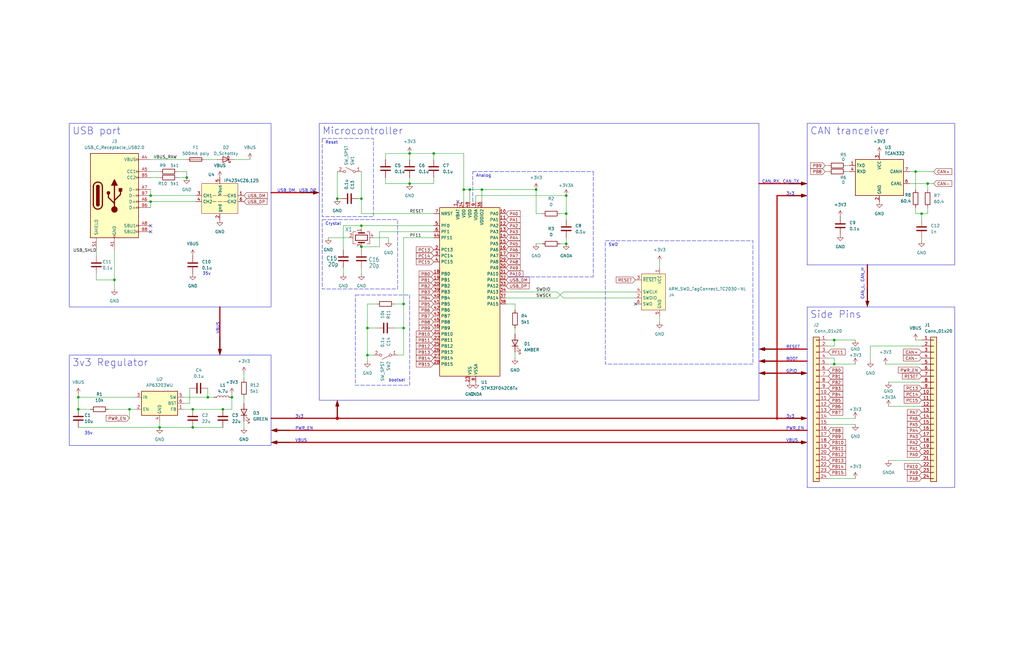
<source format=kicad_sch>
(kicad_sch (version 20231120) (generator "eeschema") (generator_version "8.0")
  (paper "USLedger")
  (title_block (title "minTS Microcontroller Devboad") (date "2024-02-25") (rev "V1.1") (company "PSAS") (comment 1 "Benjamin Crall"))
  (junction (at 351.79 143.51))
  (junction (at 226.06 80.01))
  (junction (at 152.4 83.82))
  (junction (at 48.26 118.11))
  (junction (at 170.18 128.27))
  (junction (at 198.12 80.01))
  (junction (at 63.5 85.09))
  (junction (at 238.76 90.17))
  (junction (at 386.08 72.39))
  (junction (at 154.94 138.43))
  (junction (at 142.24 83.82))
  (junction (at 391.16 77.47))
  (junction (at 54.61 172.72))
  (junction (at 154.94 149.86))
  (junction (at 81.28 180.34))
  (junction (at 33.02 172.72))
  (junction (at 33.02 167.64))
  (junction (at 182.88 64.77))
  (junction (at 388.62 90.17))
  (junction (at 63.5 82.55))
  (junction (at 81.28 172.72))
  (junction (at 195.58 80.01))
  (junction (at 152.4 104.14))
  (junction (at 172.72 64.77))
  (junction (at 351.79 153.67))
  (junction (at 238.76 102.87))
  (junction (at 170.18 138.43))
  (junction (at 152.4 95.25))
  (junction (at 78.74 74.93))
  (junction (at 172.72 77.47))
  (junction (at 67.31 180.34))
  (junction (at 87.63 167.64))
  (junction (at 238.76 82.55))
  (junction (at 203.2 80.01))
  (junction (at 93.98 172.72))
  (junction (at 97.79 167.64))
  (no_connect (at 193.04 85.09))
  (no_connect (at 63.5 97.79))
  (no_connect (at 267.97 128.27))
  (no_connect (at 63.5 95.25))
  (wire (pts (xy 391.16 77.47) (xy 391.16 80.01)))
  (wire (pts (xy 278.13 110.49) (xy 278.13 113.03)))
  (polyline (pts (xy 92.71 129.54) (xy 92.71 142.24)) (stroke (width 0.5) (color 192 0 0 1)))
  (wire (pts (xy 374.65 161.29) (xy 388.62 161.29)))
  (wire (pts (xy 383.54 77.47) (xy 391.16 77.47)))
  (wire (pts (xy 160.02 97.79) (xy 160.02 104.14)))
  (wire (pts (xy 160.02 97.79) (xy 182.88 97.79)))
  (wire (pts (xy 195.58 64.77) (xy 182.88 64.77)))
  (wire (pts (xy 349.25 179.07) (xy 360.68 179.07)))
  (wire (pts (xy 166.37 128.27) (xy 170.18 128.27)))
  (wire (pts (xy 391.16 87.63) (xy 391.16 90.17)))
  (polyline (pts (xy 320.04 77.47) (xy 332.74 77.47)) (stroke (width 0.5) (color 192 0 0 1)))
  (wire (pts (xy 143.51 83.82) (xy 142.24 83.82)))
  (wire (pts (xy 237.49 123.19) (xy 234.95 125.73)))
  (wire (pts (xy 144.78 105.41) (xy 144.78 95.25)))
  (polyline (pts (xy 199.39 85.09) (xy 199.39 72.39)) (stroke (width 0) (type dash)))
  (wire (pts (xy 234.95 123.19) (xy 213.36 123.19)))
  (wire (pts (xy 217.17 128.27) (xy 217.17 130.81)))
  (wire (pts (xy 386.08 143.51) (xy 388.62 143.51)))
  (wire (pts (xy 349.25 176.53) (xy 360.68 176.53)))
  (wire (pts (xy 388.62 90.17) (xy 386.08 90.17)))
  (wire (pts (xy 374.65 194.31) (xy 388.62 194.31)))
  (wire (pts (xy 144.78 115.57) (xy 144.78 113.03)))
  (wire (pts (xy 172.72 64.77) (xy 162.56 64.77)))
  (wire (pts (xy 152.4 90.17) (xy 182.88 90.17)))
  (wire (pts (xy 356.87 69.85) (xy 358.14 69.85)))
  (wire (pts (xy 86.36 67.31) (xy 91.44 67.31)))
  (wire (pts (xy 80.01 170.18) (xy 80.01 163.83)))
  (wire (pts (xy 170.18 128.27) (xy 170.18 138.43)))
  (wire (pts (xy 63.5 80.01) (xy 63.5 82.55)))
  (wire (pts (xy 170.18 100.33) (xy 170.18 128.27)))
  (wire (pts (xy 383.54 72.39) (xy 386.08 72.39)))
  (wire (pts (xy 226.06 90.17) (xy 228.6 90.17)))
  (wire (pts (xy 373.38 153.67) (xy 388.62 153.67)))
  (wire (pts (xy 154.94 128.27) (xy 154.94 138.43)))
  (wire (pts (xy 166.37 138.43) (xy 170.18 138.43)))
  (wire (pts (xy 349.25 146.05) (xy 351.79 146.05)))
  (wire (pts (xy 40.64 118.11) (xy 48.26 118.11)))
  (wire (pts (xy 162.56 64.77) (xy 162.56 67.31)))
  (wire (pts (xy 351.79 151.13) (xy 351.79 153.67)))
  (wire (pts (xy 87.63 167.64) (xy 90.17 167.64)))
  (wire (pts (xy 170.18 149.86) (xy 167.64 149.86)))
  (wire (pts (xy 349.25 201.93) (xy 360.68 201.93)))
  (wire (pts (xy 349.25 72.39) (xy 347.98 72.39)))
  (polyline (pts (xy 114.3 81.28) (xy 127 81.28)) (stroke (width 0.5) (color 192 0 0 1)))
  (wire (pts (xy 152.4 104.14) (xy 152.4 105.41)))
  (wire (pts (xy 154.94 152.4) (xy 154.94 149.86)))
  (wire (pts (xy 63.5 67.31) (xy 78.74 67.31)))
  (polyline (pts (xy 332.74 186.69) (xy 121.92 186.69)) (stroke (width 0.5) (color 192 0 0 1)))
  (wire (pts (xy 200.66 82.55) (xy 200.66 85.09)))
  (wire (pts (xy 170.18 138.43) (xy 170.18 149.86)))
  (polyline (pts (xy 340.36 181.61) (xy 121.92 181.61)) (stroke (width 0.5) (color 192 0 0 1)))
  (wire (pts (xy 386.08 72.39) (xy 386.08 80.01)))
  (wire (pts (xy 97.79 172.72) (xy 97.79 167.64)))
  (wire (pts (xy 77.47 172.72) (xy 81.28 172.72)))
  (wire (pts (xy 142.24 72.39) (xy 142.24 83.82)))
  (polyline (pts (xy 332.74 157.48) (xy 327.66 157.48)) (stroke (width 0.5) (color 192 0 0 1)))
  (wire (pts (xy 40.64 105.41) (xy 40.64 107.95)))
  (wire (pts (xy 182.88 67.31) (xy 182.88 64.77)))
  (wire (pts (xy 102.87 177.8) (xy 102.87 180.34)))
  (wire (pts (xy 195.58 80.01) (xy 198.12 80.01)))
  (wire (pts (xy 386.08 72.39) (xy 393.7 72.39)))
  (wire (pts (xy 152.4 115.57) (xy 152.4 113.03)))
  (wire (pts (xy 152.4 104.14) (xy 160.02 104.14)))
  (wire (pts (xy 163.83 101.6) (xy 163.83 100.33)))
  (polyline (pts (xy 340.36 147.32) (xy 327.66 147.32)) (stroke (width 0.5) (color 192 0 0 1)))
  (wire (pts (xy 63.5 85.09) (xy 82.55 85.09)))
  (wire (pts (xy 154.94 138.43) (xy 154.94 149.86)))
  (wire (pts (xy 238.76 82.55) (xy 238.76 90.17)))
  (wire (pts (xy 374.65 171.45) (xy 388.62 171.45)))
  (wire (pts (xy 144.78 95.25) (xy 152.4 95.25)))
  (wire (pts (xy 81.28 180.34) (xy 93.98 180.34)))
  (wire (pts (xy 162.56 77.47) (xy 162.56 74.93)))
  (wire (pts (xy 74.93 72.39) (xy 78.74 72.39)))
  (polyline (pts (xy 365.76 111.76) (xy 365.76 121.92)) (stroke (width 0.5) (color 192 0 0 1)))
  (wire (pts (xy 154.94 149.86) (xy 157.48 149.86)))
  (wire (pts (xy 195.58 85.09) (xy 195.58 80.01)))
  (wire (pts (xy 182.88 64.77) (xy 172.72 64.77)))
  (wire (pts (xy 217.17 148.59) (xy 217.17 151.13)))
  (polyline (pts (xy 327.66 82.55) (xy 332.74 82.55)) (stroke (width 0.5) (color 192 0 0 1)))
  (wire (pts (xy 63.5 82.55) (xy 82.55 82.55)))
  (wire (pts (xy 226.06 102.87) (xy 228.6 102.87)))
  (wire (pts (xy 367.03 146.05) (xy 367.03 152.4)))
  (wire (pts (xy 138.43 100.33) (xy 147.32 100.33)))
  (polyline (pts (xy 340.36 152.4) (xy 327.66 152.4)) (stroke (width 0.5) (color 192 0 0 1)))
  (wire (pts (xy 198.12 80.01) (xy 198.12 85.09)))
  (wire (pts (xy 386.08 87.63) (xy 386.08 90.17)))
  (wire (pts (xy 234.95 125.73) (xy 213.36 125.73)))
  (wire (pts (xy 97.79 166.37) (xy 97.79 167.64)))
  (wire (pts (xy 238.76 100.33) (xy 238.76 102.87)))
  (wire (pts (xy 182.88 74.93) (xy 182.88 77.47)))
  (wire (pts (xy 74.93 74.93) (xy 78.74 74.93)))
  (wire (pts (xy 388.62 101.6) (xy 388.62 100.33)))
  (wire (pts (xy 152.4 83.82) (xy 151.13 83.82)))
  (wire (pts (xy 78.74 72.39) (xy 78.74 74.93)))
  (wire (pts (xy 203.2 80.01) (xy 203.2 85.09)))
  (wire (pts (xy 349.25 151.13) (xy 351.79 151.13)))
  (wire (pts (xy 63.5 72.39) (xy 67.31 72.39)))
  (wire (pts (xy 33.02 180.34) (xy 67.31 180.34)))
  (wire (pts (xy 351.79 146.05) (xy 351.79 143.51)))
  (wire (pts (xy 157.48 100.33) (xy 163.83 100.33)))
  (wire (pts (xy 152.4 95.25) (xy 152.4 96.52)))
  (wire (pts (xy 226.06 80.01) (xy 226.06 90.17)))
  (polyline (pts (xy 214.63 116.84) (xy 250.19 116.84)) (stroke (width 0) (type dash)))
  (wire (pts (xy 367.03 146.05) (xy 388.62 146.05)))
  (wire (pts (xy 77.47 170.18) (xy 80.01 170.18)))
  (wire (pts (xy 77.47 167.64) (xy 87.63 167.64)))
  (polyline (pts (xy 327.66 82.55) (xy 327.66 176.53)) (stroke (width 0.5) (color 192 0 0 1)))
  (wire (pts (xy 195.58 64.77) (xy 195.58 80.01)))
  (wire (pts (xy 67.31 180.34) (xy 81.28 180.34)))
  (wire (pts (xy 351.79 153.67) (xy 360.68 153.67)))
  (wire (pts (xy 356.87 72.39) (xy 358.14 72.39)))
  (wire (pts (xy 158.75 128.27) (xy 154.94 128.27)))
  (wire (pts (xy 54.61 172.72) (xy 57.15 172.72)))
  (wire (pts (xy 102.87 167.64) (xy 102.87 170.18)))
  (wire (pts (xy 172.72 64.77) (xy 172.72 67.31)))
  (wire (pts (xy 238.76 90.17) (xy 238.76 92.71)))
  (wire (pts (xy 217.17 138.43) (xy 217.17 140.97)))
  (wire (pts (xy 349.25 69.85) (xy 347.98 69.85)))
  (wire (pts (xy 33.02 166.37) (xy 33.02 167.64)))
  (wire (pts (xy 237.49 125.73) (xy 234.95 123.19)))
  (wire (pts (xy 152.4 90.17) (xy 152.4 83.82)))
  (wire (pts (xy 152.4 95.25) (xy 182.88 95.25)))
  (wire (pts (xy 236.22 90.17) (xy 238.76 90.17)))
  (wire (pts (xy 48.26 105.41) (xy 48.26 118.11)))
  (wire (pts (xy 67.31 177.8) (xy 67.31 180.34)))
  (wire (pts (xy 278.13 135.89) (xy 278.13 133.35)))
  (wire (pts (xy 33.02 167.64) (xy 33.02 172.72)))
  (wire (pts (xy 33.02 167.64) (xy 57.15 167.64)))
  (wire (pts (xy 63.5 74.93) (xy 67.31 74.93)))
  (wire (pts (xy 391.16 90.17) (xy 388.62 90.17)))
  (wire (pts (xy 213.36 128.27) (xy 217.17 128.27)))
  (wire (pts (xy 236.22 102.87) (xy 238.76 102.87)))
  (wire (pts (xy 351.79 143.51) (xy 360.68 143.51)))
  (wire (pts (xy 152.4 83.82) (xy 152.4 72.39)))
  (wire (pts (xy 48.26 118.11) (xy 48.26 121.92)))
  (wire (pts (xy 388.62 92.71) (xy 388.62 90.17)))
  (wire (pts (xy 54.61 172.72) (xy 54.61 176.53)))
  (wire (pts (xy 349.25 143.51) (xy 351.79 143.51)))
  (wire (pts (xy 172.72 77.47) (xy 182.88 77.47)))
  (wire (pts (xy 102.87 157.48) (xy 102.87 160.02)))
  (wire (pts (xy 267.97 125.73) (xy 237.49 125.73)))
  (wire (pts (xy 170.18 100.33) (xy 182.88 100.33)))
  (wire (pts (xy 40.64 118.11) (xy 40.64 115.57)))
  (wire (pts (xy 81.28 172.72) (xy 93.98 172.72)))
  (polyline (pts (xy 332.74 176.53) (xy 114.3 176.53)) (stroke (width 0.5) (color 192 0 0 1)))
  (wire (pts (xy 87.63 163.83) (xy 87.63 167.64)))
  (wire (pts (xy 349.25 153.67) (xy 351.79 153.67)))
  (wire (pts (xy 162.56 77.47) (xy 172.72 77.47)))
  (polyline (pts (xy 199.39 72.39) (xy 250.19 72.39)) (stroke (width 0) (type dash)))
  (wire (pts (xy 63.5 85.09) (xy 63.5 87.63)))
  (wire (pts (xy 33.02 172.72) (xy 38.1 172.72)))
  (wire (pts (xy 200.66 82.55) (xy 238.76 82.55)))
  (wire (pts (xy 99.06 67.31) (xy 105.41 67.31)))
  (wire (pts (xy 45.72 172.72) (xy 54.61 172.72)))
  (wire (pts (xy 203.2 80.01) (xy 226.06 80.01)))
  (wire (pts (xy 93.98 172.72) (xy 97.79 172.72)))
  (wire (pts (xy 172.72 74.93) (xy 172.72 77.47)))
  (wire (pts (xy 391.16 77.47) (xy 393.7 77.47)))
  (wire (pts (xy 267.97 123.19) (xy 237.49 123.19)))
  (wire (pts (xy 198.12 80.01) (xy 203.2 80.01)))
  (wire (pts (xy 154.94 138.43) (xy 158.75 138.43)))
  (polyline (pts (xy 142.24 176.53) (xy 142.24 176.53)) (stroke (width 0.5) (color 192 0 0 1)))
  (polyline (pts (xy 250.19 72.39) (xy 250.19 116.84)) (stroke (width 0) (type dash)))
  (circle (center 142.24 176.53) (radius 0.635) (stroke (width 0) (color 192 0 0 1)) (fill (type color) (color 192 0 0 1)))
  (rectangle (start 149.86 124.46) (end 172.72 162.56) (stroke (width 0) (type dash)))
  (rectangle (start 134.62 52.07) (end 320.04 168.91))
  (rectangle (start 255.27 101.6) (end 317.5 153.67) (stroke (width 0) (type dash)))
  (rectangle (start 340.36 52.07) (end 402.59 111.76))
  (rectangle (start 135.89 58.42) (end 157.48 91.44) (stroke (width 0) (type dash)))
  (rectangle (start 340.36 129.54) (end 402.59 205.74))
  (circle (center 327.66 176.53) (radius 0.508) (stroke (width 0) (color 192 0 0 1)) (fill (type color) (color 192 0 0 1)))
  (rectangle (start 29.21 149.86) (end 114.3 187.96))
  (rectangle (start 135.89 92.71) (end 167.64 121.92) (stroke (width 0) (type dash)))
  (rectangle (start 29.21 52.07) (end 114.3 129.54))
  (text "CAN_RX, CAN_TX" (at 321.31 77.47 0) (effects (font (size 1.27 1.27)) (justify left bottom)))
  (text "Reset" (at 137.16 60.96 0) (effects (font (size 1.27 1.27)) (justify left bottom)))
  (text "BOOT" (at 331.47 152.4 0) (effects (font (size 1.27 1.27)) (justify left bottom)))
  (text "3v3" (at 331.47 82.55 0) (effects (font (size 1.27 1.27)) (justify left bottom)))
  (text "VBUS" (at 336.55 186.69 0) (effects (font (size 1.27 1.27)) (justify right bottom)))
  (text "3v3 Regulator" (at 30.48 154.94 0) (effects (font (size 3 3)) (justify left bottom)))
  (text "bootsel" (at 163.83 161.29 0) (effects (font (size 1.27 1.27)) (justify left bottom)))
  (text "VBUS" (at 92.71 135.89 90) (effects (font (size 1.27 1.27)) (justify right bottom)))
  (text "SWD" (at 256.54 104.14 0) (effects (font (size 1.27 1.27)) (justify left bottom)))
  (text "Side Pins" (at 341.63 134.62 0) (effects (font (size 3 3)) (justify left bottom)))
  (text "PWR_EN" (at 124.46 181.61 0) (effects (font (size 1.27 1.27)) (justify left bottom)))
  (text "35v" (at 87.122 115.57 0) (effects (font (size 1.27 1.27))))
  (text "VBUS" (at 129.54 186.69 0) (effects (font (size 1.27 1.27)) (justify right bottom)))
  (text "USB port" (at 30.48 57.15 0) (effects (font (size 3 3)) (justify left bottom)))
  (text "CAN tranceiver" (at 341.63 57.15 0) (effects (font (size 3 3)) (justify left bottom)))
  (text "GPIO" (at 331.47 157.48 0) (effects (font (size 1.27 1.27)) (justify left bottom)))
  (text "Analog" (at 200.66 74.93 0) (effects (font (size 1.27 1.27)) (justify left bottom)))
  (text "PWR_EN" (at 331.47 181.61 0) (effects (font (size 1.27 1.27)) (justify left bottom)))
  (text "Crystal" (at 137.16 95.25 0) (effects (font (size 1.27 1.27)) (justify left bottom)))
  (text "USB_DM, USB_DP" (at 116.84 81.28 0) (effects (font (size 1.27 1.27)) (justify left bottom)))
  (text "RESET" (at 331.47 147.32 0) (effects (font (size 1.27 1.27)) (justify left bottom)))
  (text "CAN_L, CAN_H" (at 364.49 113.03 90) (effects (font (size 1.27 1.27)) (justify right bottom)))
  (text "35v" (at 37.338 182.88 0) (effects (font (size 1.27 1.27))))
  (text "3v3" (at 124.46 176.53 0) (effects (font (size 1.27 1.27)) (justify left bottom)))
  (text "Microcontroller" (at 135.89 57.15 0) (effects (font (size 3 3)) (justify left bottom)))
  (text "3v3" (at 331.47 176.53 0) (effects (font (size 1.27 1.27)) (justify left bottom)))
  (label "VBUS_RAW" (at 64.77 67.31 0))
  (label "SWSCK" (at 226.06 125.73 0))
  (label "USB_SHLD" (at 40.64 106.68 180))
  (label "SWDIO" (at 226.06 123.19 0))
  (label "PF11" (at 172.72 100.33 0))
  (label "RESET" (at 172.72 90.17 0))
  (global_label "PB11" (shape input) (at 349.25 189.23 0) (property "Intersheetrefs" "${INTERSHEET_REFS}" (effects (hide yes))))
  (global_label "PB6" (shape input) (at 182.88 130.81 180) (property "Intersheetrefs" "${INTERSHEET_REFS}" (effects (hide yes))))
  (global_label "PB0" (shape input) (at 349.25 156.21 0) (property "Intersheetrefs" "${INTERSHEET_REFS}" (effects (hide yes))))
  (global_label "PB8" (shape input) (at 347.98 72.39 180) (property "Intersheetrefs" "${INTERSHEET_REFS}" (effects (hide yes))))
  (global_label "PB15" (shape input) (at 349.25 199.39 0) (property "Intersheetrefs" "${INTERSHEET_REFS}" (effects (hide yes))))
  (global_label "PB3" (shape input) (at 349.25 163.83 0) (property "Intersheetrefs" "${INTERSHEET_REFS}" (effects (hide yes))))
  (global_label "PB12" (shape input) (at 349.25 191.77 0) (property "Intersheetrefs" "${INTERSHEET_REFS}" (effects (hide yes))))
  (global_label "PA6" (shape input) (at 213.36 105.41 0) (property "Intersheetrefs" "${INTERSHEET_REFS}" (effects (hide yes))))
  (global_label "PA4" (shape input) (at 388.62 181.61 180) (property "Intersheetrefs" "${INTERSHEET_REFS}" (effects (hide yes))))
  (global_label "PA3" (shape input) (at 388.62 184.15 180) (property "Intersheetrefs" "${INTERSHEET_REFS}" (effects (hide yes))))
  (global_label "RESET" (shape input) (at 267.97 118.11 180) (property "Intersheetrefs" "${INTERSHEET_REFS}" (effects (hide yes))))
  (global_label "PA2" (shape input) (at 213.36 95.25 0) (property "Intersheetrefs" "${INTERSHEET_REFS}" (effects (hide yes))))
  (global_label "PB1" (shape input) (at 349.25 158.75 0) (property "Intersheetrefs" "${INTERSHEET_REFS}" (effects (hide yes))))
  (global_label "PA5" (shape input) (at 388.62 179.07 180) (property "Intersheetrefs" "${INTERSHEET_REFS}" (effects (hide yes))))
  (global_label "PC13" (shape input) (at 388.62 163.83 180) (property "Intersheetrefs" "${INTERSHEET_REFS}" (effects (hide yes))))
  (global_label "PA1" (shape input) (at 213.36 92.71 0) (property "Intersheetrefs" "${INTERSHEET_REFS}" (effects (hide yes))))
  (global_label "PC15" (shape input) (at 182.88 110.49 180) (property "Intersheetrefs" "${INTERSHEET_REFS}" (effects (hide yes))))
  (global_label "PB5" (shape input) (at 349.25 168.91 0) (property "Intersheetrefs" "${INTERSHEET_REFS}" (effects (hide yes))))
  (global_label "PB8" (shape input) (at 182.88 135.89 180) (property "Intersheetrefs" "${INTERSHEET_REFS}" (effects (hide yes))))
  (global_label "CAN+" (shape input) (at 388.62 148.59 180) (property "Intersheetrefs" "${INTERSHEET_REFS}" (effects (hide yes))))
  (global_label "PB9" (shape input) (at 347.98 69.85 180) (property "Intersheetrefs" "${INTERSHEET_REFS}" (effects (hide yes))))
  (global_label "PC14" (shape input) (at 182.88 107.95 180) (property "Intersheetrefs" "${INTERSHEET_REFS}" (effects (hide yes))))
  (global_label "PC13" (shape input) (at 182.88 105.41 180) (property "Intersheetrefs" "${INTERSHEET_REFS}" (effects (hide yes))))
  (global_label "PF11" (shape input) (at 349.25 148.59 0) (property "Intersheetrefs" "${INTERSHEET_REFS}" (effects (hide yes))))
  (global_label "PA2" (shape input) (at 388.62 186.69 180) (property "Intersheetrefs" "${INTERSHEET_REFS}" (effects (hide yes))))
  (global_label "PA4" (shape input) (at 213.36 100.33 0) (property "Intersheetrefs" "${INTERSHEET_REFS}" (effects (hide yes))))
  (global_label "USB_DP" (shape input) (at 213.36 120.65 0) (property "Intersheetrefs" "${INTERSHEET_REFS}" (effects (hide yes))))
  (global_label "PB3" (shape input) (at 182.88 123.19 180) (property "Intersheetrefs" "${INTERSHEET_REFS}" (effects (hide yes))))
  (global_label "PB10" (shape input) (at 349.25 186.69 0) (property "Intersheetrefs" "${INTERSHEET_REFS}" (effects (hide yes))))
  (global_label "USB_DM" (shape input) (at 102.87 82.55 0) (property "Intersheetrefs" "${INTERSHEET_REFS}" (effects (hide yes))))
  (global_label "PB12" (shape input) (at 182.88 146.05 180) (property "Intersheetrefs" "${INTERSHEET_REFS}" (effects (hide yes))))
  (global_label "PB15" (shape input) (at 182.88 153.67 180) (property "Intersheetrefs" "${INTERSHEET_REFS}" (effects (hide yes))))
  (global_label "PWR_EN" (shape input) (at 54.61 176.53 180) (property "Intersheetrefs" "${INTERSHEET_REFS}" (effects (hide yes))))
  (global_label "PB7" (shape input) (at 182.88 133.35 180) (property "Intersheetrefs" "${INTERSHEET_REFS}" (effects (hide yes))))
  (global_label "PB4" (shape input) (at 349.25 166.37 0) (property "Intersheetrefs" "${INTERSHEET_REFS}" (effects (hide yes))))
  (global_label "PA7" (shape input) (at 213.36 107.95 0) (property "Intersheetrefs" "${INTERSHEET_REFS}" (effects (hide yes))))
  (global_label "PA1" (shape input) (at 388.62 189.23 180) (property "Intersheetrefs" "${INTERSHEET_REFS}" (effects (hide yes))))
  (global_label "CAN-" (shape input) (at 393.7 77.47 0) (property "Intersheetrefs" "${INTERSHEET_REFS}" (effects (hide yes))))
  (global_label "PB9" (shape input) (at 349.25 184.15 0) (property "Intersheetrefs" "${INTERSHEET_REFS}" (effects (hide yes))))
  (global_label "PB1" (shape input) (at 182.88 118.11 180) (property "Intersheetrefs" "${INTERSHEET_REFS}" (effects (hide yes))))
  (global_label "PA9" (shape input) (at 388.62 199.39 180) (property "Intersheetrefs" "${INTERSHEET_REFS}" (effects (hide yes))))
  (global_label "PB14" (shape input) (at 349.25 196.85 0) (property "Intersheetrefs" "${INTERSHEET_REFS}" (effects (hide yes))))
  (global_label "PA3" (shape input) (at 213.36 97.79 0) (property "Intersheetrefs" "${INTERSHEET_REFS}" (effects (hide yes))))
  (global_label "PB2" (shape input) (at 349.25 161.29 0) (property "Intersheetrefs" "${INTERSHEET_REFS}" (effects (hide yes))))
  (global_label "PA7" (shape input) (at 388.62 173.99 180) (property "Intersheetrefs" "${INTERSHEET_REFS}" (effects (hide yes))))
  (global_label "PA5" (shape input) (at 213.36 102.87 0) (property "Intersheetrefs" "${INTERSHEET_REFS}" (effects (hide yes))))
  (global_label "PB13" (shape input) (at 349.25 194.31 0) (property "Intersheetrefs" "${INTERSHEET_REFS}" (effects (hide yes))))
  (global_label "PB8" (shape input) (at 349.25 181.61 0) (property "Intersheetrefs" "${INTERSHEET_REFS}" (effects (hide yes))))
  (global_label "PB14" (shape input) (at 182.88 151.13 180) (property "Intersheetrefs" "${INTERSHEET_REFS}" (effects (hide yes))))
  (global_label "PC14" (shape input) (at 388.62 166.37 180) (property "Intersheetrefs" "${INTERSHEET_REFS}" (effects (hide yes))))
  (global_label "PA0" (shape input) (at 388.62 191.77 180) (property "Intersheetrefs" "${INTERSHEET_REFS}" (effects (hide yes))))
  (global_label "PB5" (shape input) (at 182.88 128.27 180) (property "Intersheetrefs" "${INTERSHEET_REFS}" (effects (hide yes))))
  (global_label "PA0" (shape input) (at 213.36 90.17 0) (property "Intersheetrefs" "${INTERSHEET_REFS}" (effects (hide yes))))
  (global_label "RESET" (shape input) (at 388.62 158.75 180) (property "Intersheetrefs" "${INTERSHEET_REFS}" (effects (hide yes))))
  (global_label "PA8" (shape input) (at 213.36 110.49 0) (property "Intersheetrefs" "${INTERSHEET_REFS}" (effects (hide yes))))
  (global_label "PC15" (shape input) (at 388.62 168.91 180) (property "Intersheetrefs" "${INTERSHEET_REFS}" (effects (hide yes))))
  (global_label "PB0" (shape input) (at 182.88 115.57 180) (property "Intersheetrefs" "${INTERSHEET_REFS}" (effects (hide yes))))
  (global_label "PB10" (shape input) (at 182.88 140.97 180) (property "Intersheetrefs" "${INTERSHEET_REFS}" (effects (hide yes))))
  (global_label "USB_DM" (shape input) (at 213.36 118.11 0) (property "Intersheetrefs" "${INTERSHEET_REFS}" (effects (hide yes))))
  (global_label "PB9" (shape input) (at 182.88 138.43 180) (property "Intersheetrefs" "${INTERSHEET_REFS}" (effects (hide yes))))
  (global_label "CAN-" (shape input) (at 388.62 151.13 180) (property "Intersheetrefs" "${INTERSHEET_REFS}" (effects (hide yes))))
  (global_label "PB6" (shape input) (at 349.25 171.45 0) (property "Intersheetrefs" "${INTERSHEET_REFS}" (effects (hide yes))))
  (global_label "PA6" (shape input) (at 388.62 176.53 180) (property "Intersheetrefs" "${INTERSHEET_REFS}" (effects (hide yes))))
  (global_label "USB_DP" (shape input) (at 102.87 85.09 0) (property "Intersheetrefs" "${INTERSHEET_REFS}" (effects (hide yes))))
  (global_label "PA8" (shape input) (at 388.62 201.93 180) (property "Intersheetrefs" "${INTERSHEET_REFS}" (effects (hide yes))))
  (global_label "PB7" (shape input) (at 349.25 173.99 0) (property "Intersheetrefs" "${INTERSHEET_REFS}" (effects (hide yes))))
  (global_label "CAN+" (shape input) (at 393.7 72.39 0) (property "Intersheetrefs" "${INTERSHEET_REFS}" (effects (hide yes))))
  (global_label "PB13" (shape input) (at 182.88 148.59 180) (property "Intersheetrefs" "${INTERSHEET_REFS}" (effects (hide yes))))
  (global_label "PA10" (shape input) (at 388.62 196.85 180) (property "Intersheetrefs" "${INTERSHEET_REFS}" (effects (hide yes))))
  (global_label "PB11" (shape input) (at 182.88 143.51 180) (property "Intersheetrefs" "${INTERSHEET_REFS}" (effects (hide yes))))
  (global_label "PA10" (shape input) (at 213.36 115.57 0) (property "Intersheetrefs" "${INTERSHEET_REFS}" (effects (hide yes))))
  (global_label "PA9" (shape input) (at 213.36 113.03 0) (property "Intersheetrefs" "${INTERSHEET_REFS}" (effects (hide yes))))
  (global_label "PB4" (shape input) (at 182.88 125.73 180) (property "Intersheetrefs" "${INTERSHEET_REFS}" (effects (hide yes))))
  (global_label "PWR_EN" (shape input) (at 388.62 156.21 180) (property "Intersheetrefs" "${INTERSHEET_REFS}" (effects (hide yes))))
  (global_label "PB2" (shape input) (at 182.88 120.65 180) (property "Intersheetrefs" "${INTERSHEET_REFS}" (effects (hide yes))))
  (symbol (lib_id "power:GND") (at 360.68 179.07 0) (unit 1)
    (property "Reference" "#PWR014" (effects (hide yes)))
    (property "Value" "GND" (at 360.68 184.15 0))
  )
  (symbol (lib_id "power:GND") (at 367.03 152.4 0) (unit 1)
    (property "Reference" "#PWR010" (effects (hide yes)))
    (property "Value" "GND" (at 367.03 157.48 0))
  )
  (symbol (lib_id "Device:C") (at 172.72 71.12 0) (unit 1)
    (property "Reference" "C6" (at 176.53 69.85 0) (effects (justify left)))
    (property "Value" "0.1u" (at 176.53 72.39 0) (effects (justify left)))
    (property "Footprint" "Capacitor_SMD:C_0603_1608Metric" (effects (hide yes)))
    (property "DPN" "1276-1935-1-ND" (effects (hide yes)))
    (property "MPN" "CL10B104KB8NNWC" (effects (hide yes)))
  )
  (symbol (lib_id "MCU_ST_STM32F0:STM32F042C6Tx") (at 198.12 123.19 0) (unit 1)
    (property "Reference" "U1" (at 202.8541 161.29 0) (effects (justify left)))
    (property "Value" "STM32F042C6Tx" (at 202.8541 163.83 0) (effects (justify left)))
    (property "Footprint" "Package_QFP:LQFP-48_7x7mm_P0.5mm" (effects (hide yes)))
    (property "Datasheet" "https://www.st.com/resource/en/datasheet/stm32f042c6.pdf" (effects (hide yes)))
    (property "DPN" "497-14648-ND" (effects (hide yes)))
    (property "MPN" "STM32F042C6T6" (effects (hide yes)))
  )
  (symbol (lib_id "Device:C") (at 238.76 96.52 0) (unit 1)
    (property "Reference" "C8" (at 242.57 95.25 0) (effects (justify left)))
    (property "Value" "0.1u" (at 242.57 97.79 0) (effects (justify left)))
    (property "Footprint" "Capacitor_SMD:C_0603_1608Metric" (effects (hide yes)))
    (property "DPN" "1276-1935-1-ND" (effects (hide yes)))
    (property "MPN" "CL10B104KB8NNWC" (effects (hide yes)))
  )
  (symbol (lib_id "Graphic:SYM_Arrow_Large") (at 365.76 125.73 270) (unit 1) (exclude_from_sim yes) (in_bom no) (on_board no)
    (property "Reference" "#SYM10" (effects (hide yes)))
    (property "Value" "SYM_Arrow_Large" (effects (hide yes)))
  )
  (symbol (lib_id "power:GND") (at 138.43 100.33 0) (unit 1)
    (property "Reference" "#PWR045" (effects (hide yes)))
    (property "Value" "GND" (at 138.43 105.41 0))
    (property "Description" "Power symbol creates a global label with name \"GND\" , ground" (effects (hide yes)))
  )
  (symbol (lib_id "power:GND") (at 172.72 77.47 0) (unit 1)
    (property "Reference" "#PWR05" (effects (hide yes)))
    (property "Value" "GND" (at 172.72 82.55 0))
  )
  (symbol (lib_id "Device:R") (at 71.12 72.39 90) (unit 1)
    (property "Reference" "R9" (at 68.58 69.85 90))
    (property "Value" "5k1" (at 73.66 69.85 90))
    (property "Footprint" "Resistor_SMD:R_0603_1608Metric" (effects (hide yes)))
    (property "DPN" "RMCF0603FT5K10CT-ND" (effects (hide yes)))
    (property "MPN" "RMCF0603FT5K10" (effects (hide yes)))
  )
  (symbol (lib_id "power:GNDA") (at 200.66 161.29 0) (unit 1)
    (property "Reference" "#PWR027" (effects (hide yes)))
    (property "Value" "GNDA" (at 200.66 166.37 0))
  )
  (symbol (lib_id "power:GND") (at 152.4 115.57 0) (unit 1)
    (property "Reference" "#PWR043" (effects (hide yes)))
    (property "Value" "GND" (at 152.4 120.65 0))
    (property "Description" "Power symbol creates a global label with name \"GND\" , ground" (effects (hide yes)))
  )
  (symbol (lib_id "power:GND") (at 388.62 101.6 0) (unit 1)
    (property "Reference" "#PWR036" (effects (hide yes)))
    (property "Value" "GND" (at 388.62 106.68 0))
  )
  (symbol (lib_id "Device:C") (at 147.32 83.82 270) (mirror x) (unit 1)
    (property "Reference" "C13" (at 148.59 80.01 0) (effects (justify left)))
    (property "Value" "0.1u" (at 146.05 80.01 0) (effects (justify left)))
    (property "Footprint" "Capacitor_SMD:C_0603_1608Metric" (effects (hide yes)))
    (property "DPN" "1276-1935-1-ND" (effects (hide yes)))
    (property "MPN" "CL10B104KB8NNWC" (effects (hide yes)))
  )
  (symbol (lib_id "Device:LED") (at 217.17 144.78 90) (unit 1)
    (property "Reference" "D1" (at 220.98 145.0974 90) (effects (justify right)))
    (property "Value" "AMBER" (at 220.98 147.6374 90) (effects (justify right)))
    (property "Footprint" "LED_SMD:LED_0603_1608Metric" (effects (hide yes)))
    (property "DPN" "3147-B1911UY--20D000114U1930CT-ND" (effects (hide yes)))
    (property "MPN" "B1911UY--20D000114U1930" (effects (hide yes)))
  )
  (symbol (lib_id "power:GND") (at 78.74 74.93 0) (unit 1)
    (property "Reference" "#PWR030" (effects (hide yes)))
    (property "Value" "GND" (at 78.74 80.01 0))
  )
  (symbol (lib_id "power:+3V3") (at 102.87 157.48 0) (unit 1)
    (property "Reference" "#PWR042" (effects (hide yes)))
    (property "Value" "+3V3" (at 102.87 152.4 0))
  )
  (symbol (lib_id "Device:C") (at 162.56 138.43 270) (unit 1)
    (property "Reference" "C14" (at 163.83 142.24 0) (effects (justify left)))
    (property "Value" "0.1u" (at 161.29 142.24 0) (effects (justify left)))
    (property "Footprint" "Capacitor_SMD:C_0603_1608Metric" (effects (hide yes)))
    (property "DPN" "1276-1935-1-ND" (effects (hide yes)))
    (property "MPN" "CL10B104KB8NNWC" (effects (hide yes)))
  )
  (symbol (lib_id "Device:Fuse") (at 82.55 67.31 90) (unit 1)
    (property "Reference" "F1" (at 82.55 62.23 90))
    (property "Value" "500mA poly" (at 82.55 64.77 90))
    (property "Footprint" "Fuse:Fuse_1206_3216Metric" (effects (hide yes)))
    (property "DPN" "F2110CT-ND" (effects (hide yes)))
    (property "MPN" "1206L025YR" (effects (hide yes)))
  )
  (symbol (lib_id "power:GND") (at 142.24 83.82 0) (mirror y) (unit 1)
    (property "Reference" "#PWR039" (effects (hide yes)))
    (property "Value" "GND" (at 142.24 88.9 0))
  )
  (symbol (lib_id "Device:C") (at 182.88 71.12 0) (unit 1)
    (property "Reference" "C7" (at 186.69 69.85 0) (effects (justify left)))
    (property "Value" "0.1u" (at 186.69 72.39 0) (effects (justify left)))
    (property "Footprint" "Capacitor_SMD:C_0603_1608Metric" (effects (hide yes)))
    (property "DPN" "1276-1935-1-ND" (effects (hide yes)))
    (property "MPN" "CL10B104KB8NNWC" (effects (hide yes)))
  )
  (symbol (lib_id "power:GND") (at 370.84 85.09 0) (unit 1)
    (property "Reference" "#PWR021" (effects (hide yes)))
    (property "Value" "GND" (at 370.84 90.17 0))
  )
  (symbol (lib_id "power:GND") (at 374.65 161.29 0) (unit 1)
    (property "Reference" "#PWR018" (effects (hide yes)))
    (property "Value" "GND" (at 374.65 165.1 0))
  )
  (symbol (lib_id "power:GND") (at 354.33 99.06 0) (unit 1)
    (property "Reference" "#PWR024" (effects (hide yes)))
    (property "Value" "GND" (at 354.33 104.14 0))
  )
  (symbol (lib_id "power:GND") (at 198.12 161.29 0) (unit 1)
    (property "Reference" "#PWR026" (effects (hide yes)))
    (property "Value" "GND" (at 198.12 166.37 0))
  )
  (symbol (lib_id "power:+3V3") (at 373.38 153.67 0) (unit 1)
    (property "Reference" "#PWR016" (effects (hide yes)))
    (property "Value" "+3V3" (at 373.38 148.59 0))
  )
  (symbol (lib_id "Graphic:SYM_Arrow_Large") (at 92.71 146.05 270) (unit 1) (exclude_from_sim yes) (in_bom no) (on_board no)
    (property "Reference" "#SYM2" (effects (hide yes)))
    (property "Value" "SYM_Arrow_Large" (effects (hide yes)))
  )
  (symbol (lib_id "Device:C") (at 354.33 95.25 0) (unit 1)
    (property "Reference" "C9" (at 358.14 93.98 0) (effects (justify left)))
    (property "Value" "0.1u" (at 358.14 96.52 0) (effects (justify left)))
    (property "Footprint" "Capacitor_SMD:C_0603_1608Metric" (effects (hide yes)))
    (property "DPN" "1276-1935-1-ND" (effects (hide yes)))
    (property "MPN" "CL10B104KB8NNWC" (effects (hide yes)))
  )
  (symbol (lib_id "power:GND") (at 226.06 102.87 0) (unit 1)
    (property "Reference" "#PWR07" (effects (hide yes)))
    (property "Value" "GND" (at 226.06 107.95 0))
  )
  (symbol (lib_id "Graphic:SYM_Arrow_Large") (at 323.85 152.4 0) (mirror y) (unit 1) (exclude_from_sim yes) (in_bom no) (on_board no)
    (property "Reference" "#SYM14" (effects (hide yes)))
    (property "Value" "SYM_Arrow_Large" (effects (hide yes)))
  )
  (symbol (lib_id "ip4234cz6:ip4234cz6") (at 92.71 83.82 0) (mirror y) (unit 1)
    (property "Reference" "U4" (at 90.5159 73.66 0) (effects (justify left)))
    (property "Value" "IP4234CZ6,125" (at 109.22 76.2 0) (effects (justify left)))
    (property "Footprint" "Package_SO:TSOP-6_1.65x3.05mm_P0.95mm" (effects (hide yes)))
    (property "Datasheet" "https://assets.nexperia.com/documents/data-sheet/IP4234CZ6.pdf" (effects (hide yes)))
    (property "DPN" "1727-4717-1-ND" (effects (hide yes)))
    (property "MPN" "IP4234CZ6,125" (effects (hide yes)))
  )
  (symbol (lib_id "power:+3V3") (at 360.68 153.67 0) (unit 1)
    (property "Reference" "#PWR013" (effects (hide yes)))
    (property "Value" "+3V3" (at 360.68 149.86 0))
  )
  (symbol (lib_id "Graphic:SYM_Arrow_Large") (at 142.24 172.72 90) (unit 1) (exclude_from_sim yes) (in_bom no) (on_board no)
    (property "Reference" "#SYM7" (effects (hide yes)))
    (property "Value" "SYM_Arrow_Large" (effects (hide yes)))
  )
  (symbol (lib_id "Device:C") (at 152.4 109.22 0) (mirror y) (unit 1)
    (property "Reference" "C16" (at 160.02 110.49 0) (effects (font (size 1.778 1.5113)) (justify left bottom)))
    (property "Value" "20p" (at 160.02 113.03 0) (effects (font (size 1.778 1.5113)) (justify left bottom)))
    (property "Footprint" "Capacitor_SMD:C_0603_1608Metric" (effects (hide yes)))
    (property "Description" "Unpolarized capacitor" (effects (hide yes)))
    (property "DPN" "490-11157-1-ND" (effects (hide yes)))
    (property "MPN" "GCM1885C2A200JA16D" (effects (hide yes)))
  )
  (symbol (lib_id "power:+3V3") (at 226.06 80.01 0) (unit 1)
    (property "Reference" "#PWR04" (effects (hide yes)))
    (property "Value" "+3V3" (at 226.06 74.93 0))
  )
  (symbol (lib_id "power:GND") (at 48.26 121.92 0) (unit 1)
    (property "Reference" "#PWR028" (effects (hide yes)))
    (property "Value" "GND" (at 48.26 127 0))
  )
  (symbol (lib_id "power:GND") (at 67.31 180.34 0) (unit 1)
    (property "Reference" "#PWR038" (effects (hide yes)))
    (property "Value" "GND" (at 67.31 185.42 0))
  )
  (symbol (lib_id "Device:C") (at 83.82 163.83 90) (unit 1)
    (property "Reference" "C4" (at 83.82 156.21 90))
    (property "Value" "0.1u" (at 83.82 158.75 90))
    (property "Footprint" "Capacitor_SMD:C_0603_1608Metric" (effects (hide yes)))
    (property "DPN" "1276-1935-1-ND" (effects (hide yes)))
    (property "MPN" "CL10B104KB8NNWC" (effects (hide yes)))
  )
  (symbol (lib_id "power:VBUS") (at 33.02 166.37 0) (unit 1)
    (property "Reference" "#PWR02" (effects (hide yes)))
    (property "Value" "VBUS" (at 33.02 161.29 0))
  )
  (symbol (lib_id "Device:R") (at 71.12 74.93 90) (unit 1)
    (property "Reference" "R10" (at 68.58 77.47 90))
    (property "Value" "5k1" (at 73.66 77.47 90))
    (property "Footprint" "Resistor_SMD:R_0603_1608Metric" (effects (hide yes)))
    (property "DPN" "RMCF0603FT5K10CT-ND" (effects (hide yes)))
    (property "MPN" "RMCF0603FT5K10" (effects (hide yes)))
  )
  (symbol (lib_id "Device:Crystal_GND24") (at 152.4 100.33 90) (mirror x) (unit 1)
    (property "Reference" "X1" (at 148.59 97.79 90) (effects (font (size 1.778 1.5113)) (justify left bottom)))
    (property "Value" "ECS-160-10-36Q-ES-TR" (effects (hide yes)))
    (property "Footprint" "Crystal:Crystal_SMD_2520-4Pin_2.5x2.0mm" (effects (hide yes)))
    (property "Description" "Four pin crystal, GND on pins 2 and 4" (effects (hide yes)))
    (property "DPN" "XC2181CT-ND" (effects (hide yes)))
    (property "MPN" "ECS-160-10-36Q-ES-TR" (effects (hide yes)))
  )
  (symbol (lib_id "Device:C") (at 162.56 71.12 0) (unit 1)
    (property "Reference" "C5" (at 166.37 69.85 0) (effects (justify left)))
    (property "Value" "0.1u" (at 166.37 72.39 0) (effects (justify left)))
    (property "Footprint" "Capacitor_SMD:C_0603_1608Metric" (effects (hide yes)))
    (property "DPN" "1276-1935-1-ND" (effects (hide yes)))
    (property "MPN" "CL10B104KB8NNWC" (effects (hide yes)))
  )
  (symbol (lib_id "Connector:USB_C_Receptacle_USB2.0") (at 48.26 82.55 0) (unit 1)
    (property "Reference" "J3" (at 48.26 59.69 0))
    (property "Value" "USB_C_Receptacle_USB2.0" (at 48.26 62.23 0))
    (property "Footprint" "Connector_USB:USB_C_Receptacle_Palconn_UTC16-G" (effects (hide yes)))
    (property "Datasheet" "https://www.usb.org/sites/default/files/documents/usb_type-c.zip" (effects (hide yes)))
    (property "DPN" "USB4105-GF-A" (effects (hide yes)))
    (property "MPN" "2073-USB4105-GF-ACT-ND" (effects (hide yes)))
  )
  (symbol (lib_id "Device:C") (at 144.78 109.22 0) (mirror y) (unit 1)
    (property "Reference" "C15" (at 142.24 109.982 0) (effects (font (size 1.778 1.5113)) (justify left bottom)))
    (property "Value" "20p" (at 142.748 112.522 0) (effects (font (size 1.778 1.5113)) (justify left bottom)))
    (property "Footprint" "Capacitor_SMD:C_0603_1608Metric" (effects (hide yes)))
    (property "Description" "Unpolarized capacitor" (effects (hide yes)))
    (property "DPN" "490-11157-1-ND" (effects (hide yes)))
    (property "MPN" "GCM1885C2A200JA16D" (effects (hide yes)))
  )
  (symbol (lib_id "Device:L") (at 93.98 167.64 90) (unit 1)
    (property "Reference" "L1" (at 93.98 162.56 90))
    (property "Value" "4.7u" (at 93.98 165.1 90))
    (property "Footprint" "Inductor_SMD:L_1210_3225Metric" (effects (hide yes)))
    (property "DPN" "118-SRP3212A-4R7MCT-ND" (effects (hide yes)))
    (property "MPN" "IND METAL POWDER 4.7UH 2.2A" (effects (hide yes)))
  )
  (symbol (lib_id "power:GND") (at 144.78 115.57 0) (unit 1)
    (property "Reference" "#PWR037" (effects (hide yes)))
    (property "Value" "GND" (at 144.78 120.65 0))
    (property "Description" "Power symbol creates a global label with name \"GND\" , ground" (effects (hide yes)))
  )
  (symbol (lib_id "Graphic:SYM_Arrow_Large") (at 118.11 186.69 180) (unit 1) (exclude_from_sim yes) (in_bom no) (on_board no)
    (property "Reference" "#SYM3" (effects (hide yes)))
    (property "Value" "SYM_Arrow_Large" (effects (hide yes)))
  )
  (symbol (lib_id "Device:C") (at 388.62 96.52 180) (unit 1)
    (property "Reference" "C12" (at 392.43 95.25 0) (effects (justify right)))
    (property "Value" "1n" (at 392.43 97.79 0) (effects (justify right)))
    (property "Footprint" "Capacitor_SMD:C_0603_1608Metric" (effects (hide yes)))
    (property "DPN" "732-7927-1-ND" (effects (hide yes)))
    (property "MPN" "CAP CER 1000PF 10V X7R 0603" (effects (hide yes)))
  )
  (symbol (lib_id "Connector_Generic:Conn_01x24") (at 393.7 171.45 0) (unit 1)
    (property "Reference" "J1" (at 389.89 137.16 0) (effects (justify left)))
    (property "Value" "Conn_01x20" (at 389.89 139.7 0) (effects (justify left)))
    (property "Footprint" "Connector_PinHeader_2.54mm:PinHeader_1x24_P2.54mm_Vertical" (effects (hide yes)))
    (property "DPN" "2057-PH1-20-UA-ND" (effects (hide yes)))
    (property "MPN" "PH1-20-UA" (effects (hide yes)))
  )
  (symbol (lib_id "Device:R") (at 353.06 69.85 90) (unit 1)
    (property "Reference" "R5" (at 355.6 65.278 90))
    (property "Value" "0" (at 355.6 67.31 90))
    (property "Footprint" "Resistor_SMD:R_0603_1608Metric" (effects (hide yes)))
    (property "Description" "Resistor" (effects (hide yes)))
    (property "DPN" "RMCF0603ZT0R00CT-ND" (effects (hide yes)))
    (property "MPN" "RMCF0603ZT0R00" (effects (hide yes)))
  )
  (symbol (lib_id "Graphic:SYM_Arrow_Large") (at 323.85 157.48 0) (mirror y) (unit 1) (exclude_from_sim yes) (in_bom no) (on_board no)
    (property "Reference" "#SYM12" (effects (hide yes)))
    (property "Value" "SYM_Arrow_Large" (effects (hide yes)))
  )
  (symbol (lib_id "Device:R") (at 386.08 83.82 0) (unit 1)
    (property "Reference" "R8" (at 381.508 82.296 0) (effects (justify left)))
    (property "Value" "60.4" (at 379.73 84.836 0) (effects (justify left)))
    (property "Footprint" "Resistor_SMD:R_0603_1608Metric" (effects (hide yes)))
    (property "DPN" "RMCF0603FT60R4CT-ND" (effects (hide yes)))
    (property "MPN" "RMCF0603FT60R4" (effects (hide yes)))
  )
  (symbol (lib_id "Interface_CAN_LIN:TCAN332") (at 370.84 74.93 0) (unit 1)
    (property "Reference" "U3" (at 373.0341 62.23 0) (effects (justify left)))
    (property "Value" "TCAN332" (at 373.0341 64.77 0) (effects (justify left)))
    (property "Footprint" "Package_SO:SOIC-8_3.9x4.9mm_P1.27mm" (effects (hide yes)))
    (property "Datasheet" "http://www.ti.com/lit/ds/symlink/tcan337.pdf" (effects (hide yes)))
    (property "DPN" "296-43711-1-ND" (effects (hide yes)))
    (property "MPN" "TCAN332DR" (effects (hide yes)))
  )
  (symbol (lib_id "Graphic:SYM_Arrow_Large") (at 118.11 181.61 180) (unit 1) (exclude_from_sim yes) (in_bom no) (on_board no)
    (property "Reference" "#SYM8" (effects (hide yes)))
    (property "Value" "SYM_Arrow_Large" (effects (hide yes)))
  )
  (symbol (lib_id "Device:C") (at 93.98 176.53 0) (unit 1)
    (property "Reference" "C3" (at 97.79 175.26 0) (effects (justify left)))
    (property "Value" "22u" (at 97.79 177.8 0) (effects (justify left)))
    (property "Footprint" "Capacitor_SMD:C_0603_1608Metric" (effects (hide yes)))
    (property "DPN" "1276-1274-1-ND" (effects (hide yes)))
    (property "MPN" "CL10A226MP8NUNE" (effects (hide yes)))
  )
  (symbol (lib_id "Device:R") (at 41.91 172.72 90) (unit 1)
    (property "Reference" "R1" (at 41.91 166.37 90))
    (property "Value" "10k" (at 41.91 168.91 90))
    (property "Footprint" "Resistor_SMD:R_0603_1608Metric" (effects (hide yes)))
    (property "DPN" "RMCF0603FT10K0CT-ND" (effects (hide yes)))
    (property "MPN" "RMCF0603FT10K0" (effects (hide yes)))
  )
  (symbol (lib_id "power:VDDA") (at 238.76 82.55 0) (unit 1)
    (property "Reference" "#PWR03" (effects (hide yes)))
    (property "Value" "+3V3A" (at 235.458 78.232 0) (effects (justify left)))
  )
  (symbol (lib_id "power:GND") (at 163.83 101.6 0) (unit 1)
    (property "Reference" "#PWR044" (effects (hide yes)))
    (property "Value" "GND" (at 163.83 106.68 0))
    (property "Description" "Power symbol creates a global label with name \"GND\" , ground" (effects (hide yes)))
  )
  (symbol (lib_id "power:GND") (at 92.71 92.71 0) (unit 1)
    (property "Reference" "#PWR031" (effects (hide yes)))
    (property "Value" "GND" (at 92.71 97.79 0))
  )
  (symbol (lib_id "power:GND") (at 154.94 152.4 0) (unit 1)
    (property "Reference" "#PWR040" (effects (hide yes)))
    (property "Value" "GND" (at 154.94 157.48 0))
  )
  (symbol (lib_id "Connector:Conn_ARM_SWD_TagConnect_TC2030-NL") (at 275.59 123.19 0) (mirror y) (unit 1) (in_bom no)
    (property "Reference" "J4" (at 281.94 124.4601 0) (effects (justify right)))
    (property "Value" "ARM_SWD_TagConnect_TC2030-NL" (at 281.94 121.9201 0) (effects (justify right)))
    (property "Footprint" "Connector:Tag-Connect_TC2030-IDC-NL_2x03_P1.27mm_Vertical" (effects (hide yes)))
    (property "Datasheet" "https://www.tag-connect.com/wp-content/uploads/bsk-pdf-manager/TC2030-CTX_1.pdf" (effects (hide yes)))
    (property "Description" "Tag-Connect ARM Cortex SWD JTAG connector, 6 pin, no legs" (effects (hide yes)))
  )
  (symbol (lib_id "power:GNDA") (at 374.65 194.31 0) (unit 1)
    (property "Reference" "#PWR012" (effects (hide yes)))
    (property "Value" "GNDA" (at 374.65 199.39 0))
  )
  (symbol (lib_id "Graphic:SYM_Arrow_Large") (at 336.55 157.48 0) (mirror x) (unit 1) (exclude_from_sim yes) (in_bom no) (on_board no)
    (property "Reference" "#SYM13" (effects (hide yes)))
    (property "Value" "SYM_Arrow_Large" (effects (hide yes)))
  )
  (symbol (lib_id "Switch:SW_SPST") (at 162.56 149.86 180) (unit 1)
    (property "Reference" "SW2" (at 163.83 152.4 90) (effects (justify left)))
    (property "Value" "SW_SPST" (at 161.29 152.4 90) (effects (justify left)))
    (property "Footprint" "footprints:SW_SPST_3.4x3.4" (effects (hide yes)))
    (property "DPN" "2223-TS21-34-035-BK-260-SMT-TRCT-ND" (effects (hide yes)))
    (property "MPN" "TS21-34-035-BK-260-SMT-TR" (effects (hide yes)))
  )
  (symbol (lib_id "Graphic:SYM_Arrow_Large") (at 336.55 176.53 0) (unit 1) (exclude_from_sim yes) (in_bom no) (on_board no)
    (property "Reference" "#SYM6" (effects (hide yes)))
    (property "Value" "SYM_Arrow_Large" (effects (hide yes)))
  )
  (symbol (lib_id "power:VBUS") (at 92.71 74.93 0) (unit 1)
    (property "Reference" "#PWR032" (effects (hide yes)))
    (property "Value" "VBUS" (at 92.71 69.85 0))
  )
  (symbol (lib_id "power:VBUS") (at 386.08 143.51 0) (unit 1)
    (property "Reference" "#PWR09" (effects (hide yes)))
    (property "Value" "VBUS" (at 386.08 138.43 0))
  )
  (symbol (lib_id "power:VDDA") (at 374.65 171.45 0) (unit 1)
    (property "Reference" "#PWR011" (effects (hide yes)))
    (property "Value" "+3V3A" (at 374.65 167.64 0))
  )
  (symbol (lib_id "Switch:SW_SPST") (at 147.32 72.39 0) (mirror y) (unit 1)
    (property "Reference" "SW1" (at 148.59 69.85 90) (effects (justify left)))
    (property "Value" "SW_SPST" (at 146.05 69.85 90) (effects (justify left)))
    (property "Footprint" "footprints:SW_SPST_3.4x3.4" (effects (hide yes)))
    (property "DPN" "2223-TS21-34-035-BK-260-SMT-TRCT-ND" (effects (hide yes)))
    (property "MPN" "TS21-34-035-BK-260-SMT-TR" (effects (hide yes)))
  )
  (symbol (lib_id "power:+3V3") (at 360.68 201.93 0) (unit 1)
    (property "Reference" "#PWR015" (effects (hide yes)))
    (property "Value" "+3V3" (at 360.68 196.85 0))
  )
  (symbol (lib_id "power:+3V3") (at 278.13 110.49 0) (mirror y) (unit 1)
    (property "Reference" "#PWR022" (effects (hide yes)))
    (property "Value" "+3V3" (at 278.13 105.41 0))
  )
  (symbol (lib_id "Device:C") (at 33.02 176.53 0) (unit 1)
    (property "Reference" "C1" (at 35.56 175.26 0) (effects (justify left)))
    (property "Value" "10u" (at 35.56 177.8 0) (effects (justify left)))
    (property "Footprint" "Capacitor_SMD:C_0603_1608Metric" (effects (hide yes)))
    (property "DPN" "490-13248-1-ND" (effects (hide yes)))
    (property "MPN" "GRM188R6YA106MA73D" (effects (hide yes)))
  )
  (symbol (lib_id "Graphic:SYM_Arrow_Large") (at 336.55 186.69 0) (unit 1) (exclude_from_sim yes) (in_bom no) (on_board no)
    (property "Reference" "#SYM5" (effects (hide yes)))
    (property "Value" "SYM_Arrow_Large" (effects (hide yes)))
  )
  (symbol (lib_id "power:+3V3") (at 97.79 166.37 0) (unit 1)
    (property "Reference" "#PWR01" (effects (hide yes)))
    (property "Value" "+3V3" (at 97.79 161.29 0))
  )
  (symbol (lib_id "Graphic:SYM_Arrow_Large") (at 323.85 147.32 0) (mirror y) (unit 1) (exclude_from_sim yes) (in_bom no) (on_board no)
    (property "Reference" "#SYM11" (effects (hide yes)))
    (property "Value" "SYM_Arrow_Large" (effects (hide yes)))
  )
  (symbol (lib_id "power:GND") (at 360.68 143.51 0) (unit 1)
    (property "Reference" "#PWR017" (effects (hide yes)))
    (property "Value" "GND" (at 360.68 147.32 0))
  )
  (symbol (lib_id "power:VBUS") (at 105.41 67.31 0) (unit 1)
    (property "Reference" "#PWR029" (effects (hide yes)))
    (property "Value" "VBUS" (at 105.41 62.23 0))
  )
  (symbol (lib_id "Device:R") (at 217.17 134.62 0) (unit 1)
    (property "Reference" "R4" (at 219.71 133.3499 0) (effects (justify left)))
    (property "Value" "5k1" (at 219.71 135.8899 0) (effects (justify left)))
    (property "Footprint" "Resistor_SMD:R_0603_1608Metric" (effects (hide yes)))
    (property "DPN" "RMCF0603FT5K10CT-ND" (effects (hide yes)))
    (property "MPN" "RMCF0603FT5K10" (effects (hide yes)))
  )
  (symbol (lib_id "power:+3V3") (at 360.68 176.53 0) (unit 1)
    (property "Reference" "#PWR025" (effects (hide yes)))
    (property "Value" "+3V3" (at 360.68 172.72 0))
  )
  (symbol (lib_id "Device:C") (at 81.28 111.76 0) (unit 1)
    (property "Reference" "C10" (at 85.09 110.49 0) (effects (justify left)))
    (property "Value" "0.1u" (at 85.09 113.03 0) (effects (justify left)))
    (property "Footprint" "Capacitor_SMD:C_0603_1608Metric" (effects (hide yes)))
    (property "DPN" "1276-1935-1-ND" (effects (hide yes)))
    (property "MPN" "CL10B104KB8NNWC" (effects (hide yes)))
  )
  (symbol (lib_id "power:+3V3") (at 354.33 91.44 0) (unit 1)
    (property "Reference" "#PWR023" (effects (hide yes)))
    (property "Value" "+3V3" (at 354.33 86.36 0))
  )
  (symbol (lib_id "Graphic:SYM_Arrow_Large") (at 336.55 77.47 0) (unit 1) (exclude_from_sim yes) (in_bom no) (on_board no)
    (property "Reference" "#SYM4" (effects (hide yes)))
    (property "Value" "SYM_Arrow_Large" (effects (hide yes)))
  )
  (symbol (lib_id "Device:C") (at 81.28 176.53 0) (unit 1)
    (property "Reference" "C2" (at 85.09 175.26 0) (effects (justify left)))
    (property "Value" "22u" (at 85.09 177.8 0) (effects (justify left)))
    (property "Footprint" "Capacitor_SMD:C_0603_1608Metric" (effects (hide yes)))
    (property "DPN" "1276-1274-1-ND" (effects (hide yes)))
    (property "MPN" "CL10A226MP8NUNE" (effects (hide yes)))
  )
  (symbol (lib_id "Device:R") (at 391.16 83.82 0) (unit 1)
    (property "Reference" "R7" (at 393.7 82.55 0) (effects (justify left)))
    (property "Value" "60.4" (at 393.7 85.09 0) (effects (justify left)))
    (property "Footprint" "Resistor_SMD:R_0603_1608Metric" (effects (hide yes)))
    (property "DPN" "RMCF0603FT60R4CT-ND" (effects (hide yes)))
    (property "MPN" "RMCF0603FT60R4" (effects (hide yes)))
  )
  (symbol (lib_id "Device:R") (at 232.41 90.17 90) (unit 1)
    (property "Reference" "R2" (at 232.41 83.82 90))
    (property "Value" "0" (at 232.41 86.36 90))
    (property "Footprint" "Resistor_SMD:R_0603_1608Metric" (effects (hide yes)))
    (property "DPN" "RMCF0603ZT0R00CT-ND" (effects (hide yes)))
    (property "MPN" "RMCF0603ZT0R00" (effects (hide yes)))
  )
  (symbol (lib_id "Graphic:SYM_Arrow_Large") (at 130.81 81.28 0) (unit 1) (exclude_from_sim yes) (in_bom no) (on_board no)
    (property "Reference" "#SYM1" (effects (hide yes)))
    (property "Value" "SYM_Arrow_Large" (effects (hide yes)))
  )
  (symbol (lib_id "Device:C") (at 40.64 111.76 0) (unit 1)
    (property "Reference" "C11" (at 43.18 110.49 0) (effects (justify left)))
    (property "Value" "0.1u" (at 43.18 113.03 0) (effects (justify left)))
    (property "Footprint" "Capacitor_SMD:C_0603_1608Metric" (effects (hide yes)))
    (property "DPN" "1276-1935-1-ND" (effects (hide yes)))
    (property "MPN" "CL10B104KB8NNWC" (effects (hide yes)))
  )
  (symbol (lib_id "power:GND") (at 217.17 151.13 0) (unit 1)
    (property "Reference" "#PWR019" (effects (hide yes)))
    (property "Value" "GND" (at 217.17 156.21 0))
  )
  (symbol (lib_id "power:GND") (at 278.13 135.89 0) (mirror y) (unit 1)
    (property "Reference" "#PWR035" (effects (hide yes)))
    (property "Value" "GND" (at 278.13 140.97 0))
  )
  (symbol (lib_id "power:+3V3") (at 172.72 64.77 0) (unit 1)
    (property "Reference" "#PWR08" (effects (hide yes)))
    (property "Value" "+3V3" (at 172.72 59.69 0))
  )
  (symbol (lib_id "Device:LED") (at 102.87 173.99 90) (unit 1)
    (property "Reference" "D3" (at 106.68 174.3074 90) (effects (justify right)))
    (property "Value" "GREEN" (at 106.68 176.8474 90) (effects (justify right)))
    (property "Footprint" "LED_SMD:LED_0603_1608Metric" (effects (hide yes)))
    (property "DPN" "3147-B1911NG--20D000214U1930CT-ND" (effects (hide yes)))
    (property "MPN" "B1911NG--20D000214U1930" (effects (hide yes)))
  )
  (symbol (lib_id "power:+3V3") (at 370.84 64.77 0) (unit 1)
    (property "Reference" "#PWR020" (effects (hide yes)))
    (property "Value" "+3V3" (at 370.84 59.69 0))
  )
  (symbol (lib_id "Device:D_Schottky") (at 95.25 67.31 180) (unit 1)
    (property "Reference" "D2" (at 95.25 62.23 0))
    (property "Value" "D_Schottky" (at 95.25 64.77 0))
    (property "Footprint" "Diode_SMD:D_1206_3216Metric" (effects (hide yes)))
    (property "DPN" "478-7809-1-ND" (effects (hide yes)))
    (property "MPN" "SD1206T040S1R0" (effects (hide yes)))
  )
  (symbol (lib_id "Device:R") (at 102.87 163.83 0) (unit 1)
    (property "Reference" "R12" (at 105.41 162.5599 0) (effects (justify left)))
    (property "Value" "5k1" (at 105.41 165.0999 0) (effects (justify left)))
    (property "Footprint" "Resistor_SMD:R_0603_1608Metric" (effects (hide yes)))
    (property "DPN" "RMCF0603FT5K10CT-ND" (effects (hide yes)))
    (property "MPN" "RMCF0603FT5K10" (effects (hide yes)))
  )
  (symbol (lib_id "Device:R") (at 162.56 128.27 90) (unit 1)
    (property "Reference" "R11" (at 163.83 130.81 0) (effects (justify right)))
    (property "Value" "10k" (at 161.29 130.81 0) (effects (justify right)))
    (property "Footprint" "Resistor_SMD:R_0603_1608Metric" (effects (hide yes)))
    (property "DPN" "RMCF0603FT10K0CT-ND" (effects (hide yes)))
    (property "MPN" "RMCF0603FT10K0" (effects (hide yes)))
  )
  (symbol (lib_id "Regulator_Switching:AP63203WU") (at 67.31 170.18 0) (unit 1)
    (property "Reference" "U2" (at 67.31 160.02 0))
    (property "Value" "AP63203WU" (at 67.31 162.56 0))
    (property "Footprint" "Package_TO_SOT_SMD:TSOT-23-6" (effects (hide yes)))
    (property "Datasheet" "https://www.diodes.com/assets/Datasheets/AP63200-AP63201-AP63203-AP63205.pdf" (effects (hide yes)))
    (property "DPN" "AP63203WU-7DICT-ND" (effects (hide yes)))
    (property "MPN" "AP63203WU-7" (effects (hide yes)))
  )
  (symbol (lib_id "power:GND") (at 102.87 180.34 0) (unit 1)
    (property "Reference" "#PWR041" (effects (hide yes)))
    (property "Value" "GND" (at 102.87 185.42 0))
  )
  (symbol (lib_id "Device:R") (at 353.06 72.39 90) (unit 1)
    (property "Reference" "R6" (at 355.6 74.93 90))
    (property "Value" "0" (at 355.6 76.962 90))
    (property "Footprint" "Resistor_SMD:R_0603_1608Metric" (effects (hide yes)))
    (property "Description" "Resistor" (effects (hide yes)))
    (property "DPN" "RMCF0603ZT0R00CT-ND" (effects (hide yes)))
    (property "MPN" "RMCF0603ZT0R00" (effects (hide yes)))
  )
  (symbol (lib_id "power:GNDA") (at 238.76 102.87 0) (unit 1)
    (property "Reference" "#PWR06" (effects (hide yes)))
    (property "Value" "GNDA" (at 238.76 107.95 0))
  )
  (symbol (lib_id "power:GND") (at 81.28 115.57 0) (unit 1)
    (property "Reference" "#PWR033" (effects (hide yes)))
    (property "Value" "GND" (at 81.28 120.65 0))
  )
  (symbol (lib_id "power:VBUS") (at 81.28 107.95 0) (unit 1)
    (property "Reference" "#PWR034" (effects (hide yes)))
    (property "Value" "VBUS" (at 81.28 102.87 0))
  )
  (symbol (lib_id "Connector_Generic:Conn_01x24") (at 344.17 171.45 0) (mirror y) (unit 1)
    (property "Reference" "J2" (at 344.17 137.16 0))
    (property "Value" "Conn_01x20" (at 349.25 139.7 0))
    (property "Footprint" "Connector_PinHeader_2.54mm:PinHeader_1x24_P2.54mm_Vertical" (effects (hide yes)))
    (property "DPN" "2057-PH1-20-UA-ND" (effects (hide yes)))
    (property "MPN" "PH1-20-UA" (effects (hide yes)))
  )
  (symbol (lib_id "Device:R") (at 232.41 102.87 90) (unit 1)
    (property "Reference" "R3" (at 232.41 96.52 90))
    (property "Value" "0" (at 232.41 99.06 90))
    (property "Footprint" "Resistor_SMD:R_0603_1608Metric" (effects (hide yes)))
    (property "DPN" "RMCF0603ZT0R00CT-ND" (effects (hide yes)))
    (property "MPN" "RMCF0603ZT0R00" (effects (hide yes)))
  )
  (symbol (lib_id "Graphic:SYM_Arrow_Large") (at 336.55 82.55 0) (unit 1) (exclude_from_sim yes) (in_bom no) (on_board no)
    (property "Reference" "#SYM9" (effects (hide yes)))
    (property "Value" "SYM_Arrow_Large" (effects (hide yes)))
  )
)
</source>
